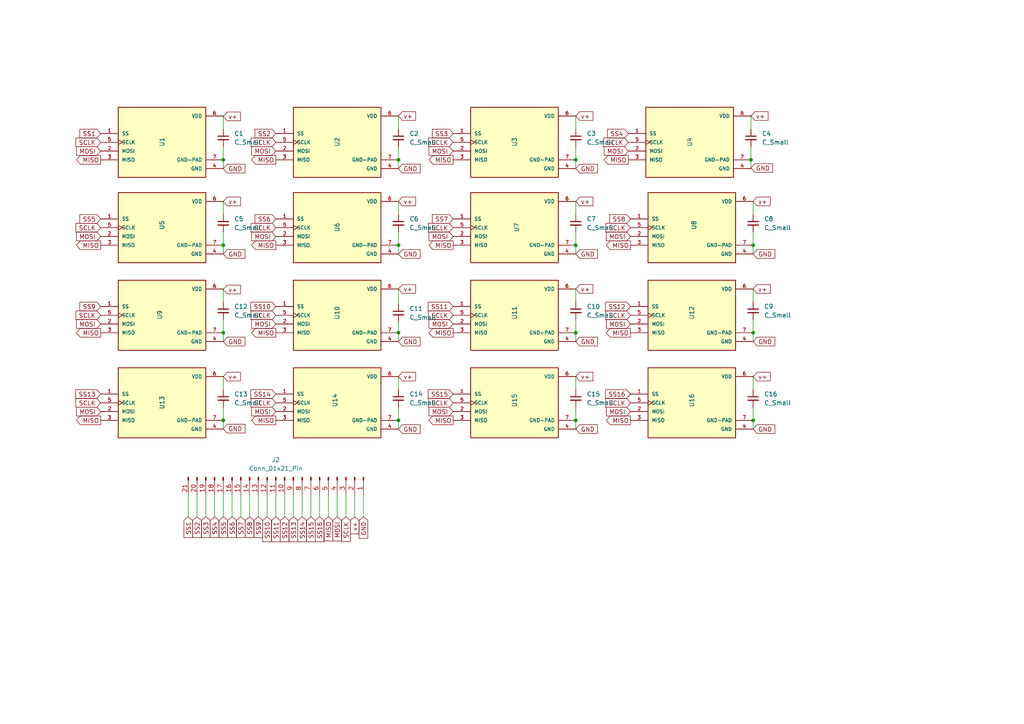
<source format=kicad_sch>
(kicad_sch (version 20230121) (generator eeschema)
  (paper "A4")
  (title_block (title "Magnetometer Array Board"))
  (lib_symbols
    (symbol "Connector:Conn_01x21_Pin" (pin_names (offset 1.016) hide)
      (property "Reference" "J" (at 0 27.94 0))
      (property "Value" "Conn_01x21_Pin" (at 0 -27.94 0))
      (symbol "Conn_01x21_Pin_1_1"
        (polyline (pts (xy 1.27 -25.4) (xy 0.8636 -25.4)) (stroke (width 0.1524)))
        (polyline (pts (xy 1.27 -22.86) (xy 0.8636 -22.86)) (stroke (width 0.1524)))
        (polyline (pts (xy 1.27 -20.32) (xy 0.8636 -20.32)) (stroke (width 0.1524)))
        (polyline (pts (xy 1.27 -17.78) (xy 0.8636 -17.78)) (stroke (width 0.1524)))
        (polyline (pts (xy 1.27 -15.24) (xy 0.8636 -15.24)) (stroke (width 0.1524)))
        (polyline (pts (xy 1.27 -12.7) (xy 0.8636 -12.7)) (stroke (width 0.1524)))
        (polyline (pts (xy 1.27 -10.16) (xy 0.8636 -10.16)) (stroke (width 0.1524)))
        (polyline (pts (xy 1.27 -7.62) (xy 0.8636 -7.62)) (stroke (width 0.1524)))
        (polyline (pts (xy 1.27 -5.08) (xy 0.8636 -5.08)) (stroke (width 0.1524)))
        (polyline (pts (xy 1.27 -2.54) (xy 0.8636 -2.54)) (stroke (width 0.1524)))
        (polyline (pts (xy 1.27 0) (xy 0.8636 0)) (stroke (width 0.1524)))
        (polyline (pts (xy 1.27 2.54) (xy 0.8636 2.54)) (stroke (width 0.1524)))
        (polyline (pts (xy 1.27 5.08) (xy 0.8636 5.08)) (stroke (width 0.1524)))
        (polyline (pts (xy 1.27 7.62) (xy 0.8636 7.62)) (stroke (width 0.1524)))
        (polyline (pts (xy 1.27 10.16) (xy 0.8636 10.16)) (stroke (width 0.1524)))
        (polyline (pts (xy 1.27 12.7) (xy 0.8636 12.7)) (stroke (width 0.1524)))
        (polyline (pts (xy 1.27 15.24) (xy 0.8636 15.24)) (stroke (width 0.1524)))
        (polyline (pts (xy 1.27 17.78) (xy 0.8636 17.78)) (stroke (width 0.1524)))
        (polyline (pts (xy 1.27 20.32) (xy 0.8636 20.32)) (stroke (width 0.1524)))
        (polyline (pts (xy 1.27 22.86) (xy 0.8636 22.86)) (stroke (width 0.1524)))
        (polyline (pts (xy 1.27 25.4) (xy 0.8636 25.4)) (stroke (width 0.1524)))
        (rectangle (start 0.8636 -25.273) (end 0 -25.527) (stroke (width 0.1524)) (fill (type outline)))
        (rectangle (start 0.8636 -22.733) (end 0 -22.987) (stroke (width 0.1524)) (fill (type outline)))
        (rectangle (start 0.8636 -20.193) (end 0 -20.447) (stroke (width 0.1524)) (fill (type outline)))
        (rectangle (start 0.8636 -17.653) (end 0 -17.907) (stroke (width 0.1524)) (fill (type outline)))
        (rectangle (start 0.8636 -15.113) (end 0 -15.367) (stroke (width 0.1524)) (fill (type outline)))
        (rectangle (start 0.8636 -12.573) (end 0 -12.827) (stroke (width 0.1524)) (fill (type outline)))
        (rectangle (start 0.8636 -10.033) (end 0 -10.287) (stroke (width 0.1524)) (fill (type outline)))
        (rectangle (start 0.8636 -7.493) (end 0 -7.747) (stroke (width 0.1524)) (fill (type outline)))
        (rectangle (start 0.8636 -4.953) (end 0 -5.207) (stroke (width 0.1524)) (fill (type outline)))
        (rectangle (start 0.8636 -2.413) (end 0 -2.667) (stroke (width 0.1524)) (fill (type outline)))
        (rectangle (start 0.8636 0.127) (end 0 -0.127) (stroke (width 0.1524)) (fill (type outline)))
        (rectangle (start 0.8636 2.667) (end 0 2.413) (stroke (width 0.1524)) (fill (type outline)))
        (rectangle (start 0.8636 5.207) (end 0 4.953) (stroke (width 0.1524)) (fill (type outline)))
        (rectangle (start 0.8636 7.747) (end 0 7.493) (stroke (width 0.1524)) (fill (type outline)))
        (rectangle (start 0.8636 10.287) (end 0 10.033) (stroke (width 0.1524)) (fill (type outline)))
        (rectangle (start 0.8636 12.827) (end 0 12.573) (stroke (width 0.1524)) (fill (type outline)))
        (rectangle (start 0.8636 15.367) (end 0 15.113) (stroke (width 0.1524)) (fill (type outline)))
        (rectangle (start 0.8636 17.907) (end 0 17.653) (stroke (width 0.1524)) (fill (type outline)))
        (rectangle (start 0.8636 20.447) (end 0 20.193) (stroke (width 0.1524)) (fill (type outline)))
        (rectangle (start 0.8636 22.987) (end 0 22.733) (stroke (width 0.1524)) (fill (type outline)))
        (rectangle (start 0.8636 25.527) (end 0 25.273) (stroke (width 0.1524)) (fill (type outline)))
        (pin passive line (at 5.08 25.4 180) (length 3.81) (name "Pin_1") (number "1"))
        (pin passive line (at 5.08 2.54 180) (length 3.81) (name "Pin_10") (number "10"))
        (pin passive line (at 5.08 0 180) (length 3.81) (name "Pin_11") (number "11"))
        (pin passive line (at 5.08 -2.54 180) (length 3.81) (name "Pin_12") (number "12"))
        (pin passive line (at 5.08 -5.08 180) (length 3.81) (name "Pin_13") (number "13"))
        (pin passive line (at 5.08 -7.62 180) (length 3.81) (name "Pin_14") (number "14"))
        (pin passive line (at 5.08 -10.16 180) (length 3.81) (name "Pin_15") (number "15"))
        (pin passive line (at 5.08 -12.7 180) (length 3.81) (name "Pin_16") (number "16"))
        (pin passive line (at 5.08 -15.24 180) (length 3.81) (name "Pin_17") (number "17"))
        (pin passive line (at 5.08 -17.78 180) (length 3.81) (name "Pin_18") (number "18"))
        (pin passive line (at 5.08 -20.32 180) (length 3.81) (name "Pin_19") (number "19"))
        (pin passive line (at 5.08 22.86 180) (length 3.81) (name "Pin_2") (number "2"))
        (pin passive line (at 5.08 -22.86 180) (length 3.81) (name "Pin_20") (number "20"))
        (pin passive line (at 5.08 -25.4 180) (length 3.81) (name "Pin_21") (number "21"))
        (pin passive line (at 5.08 20.32 180) (length 3.81) (name "Pin_3") (number "3"))
        (pin passive line (at 5.08 17.78 180) (length 3.81) (name "Pin_4") (number "4"))
        (pin passive line (at 5.08 15.24 180) (length 3.81) (name "Pin_5") (number "5"))
        (pin passive line (at 5.08 12.7 180) (length 3.81) (name "Pin_6") (number "6"))
        (pin passive line (at 5.08 10.16 180) (length 3.81) (name "Pin_7") (number "7"))
        (pin passive line (at 5.08 7.62 180) (length 3.81) (name "Pin_8") (number "8"))
        (pin passive line (at 5.08 5.08 180) (length 3.81) (name "Pin_9") (number "9"))
      )
    )
    (symbol "Device:C_Small" (pin_numbers hide) (pin_names (offset 0.254) hide)
      (property "Reference" "C" (at 0.254 1.778 0))
      (property "Value" "C_Small" (at 0.254 -2.032 0))
      (symbol "C_Small_0_1"
        (polyline (pts (xy -1.524 -0.508) (xy 1.524 -0.508)) (stroke (width 0.3302)))
        (polyline (pts (xy -1.524 0.508) (xy 1.524 0.508)) (stroke (width 0.3048)))
      )
      (symbol "C_Small_1_1"
        (pin passive line (at 0 2.54 270) (length 2.032) (name "~") (number "1"))
        (pin passive line (at 0 -2.54 90) (length 2.032) (name "~") (number "2"))
      )
    )
    (symbol "SM225-10E:SM225-10E" (pin_names (offset 1.016))
      (property "Reference" "U" (at -12.7 10.922 0))
      (property "Value" "SM225-10E" (at -12.7 -12.7 0))
      (symbol "SM225-10E_0_0"
        (rectangle (start -12.7 -10.16) (end 12.7 10.16) (stroke (width 0.254)) (fill (type background)))
        (pin input line (at -17.78 2.54 0) (length 5.08) (name "SS") (number "1"))
        (pin input line (at -17.78 -2.54 0) (length 5.08) (name "MOSI") (number "2"))
        (pin output line (at -17.78 -5.08 0) (length 5.08) (name "MISO") (number "3"))
        (pin power_in line (at 17.78 -7.62 180) (length 5.08) (name "GND") (number "4"))
        (pin input clock (at -17.78 0 0) (length 5.08) (name "SCLK") (number "5"))
        (pin power_in line (at 17.78 7.62 180) (length 5.08) (name "VDD") (number "6"))
        (pin power_in line (at 17.78 -5.08 180) (length 5.08) (name "GND-PAD") (number "7"))
      )
    )
  )
  (junction (at 64.77 121.92))
  (junction (at 64.77 71.12))
  (junction (at 115.57 121.92))
  (junction (at 218.44 96.52))
  (junction (at 115.57 71.12))
  (junction (at 115.57 96.52))
  (junction (at 218.44 121.92))
  (junction (at 64.77 46.355))
  (junction (at 167.005 46.355))
  (junction (at 167.005 96.52))
  (junction (at 218.44 71.12))
  (junction (at 115.57 46.355))
  (junction (at 167.005 71.12))
  (junction (at 64.77 96.52))
  (junction (at 167.005 121.92))
  (junction (at 217.805 46.355))
  (wire (pts (xy 69.85 149.86) (xy 69.85 143.51)))
  (wire (pts (xy 167.005 96.52) (xy 167.005 99.06)))
  (wire (pts (xy 167.005 109.22) (xy 167.005 113.03)))
  (wire (pts (xy 59.69 149.86) (xy 59.69 143.51)))
  (wire (pts (xy 217.805 33.655) (xy 217.805 37.465)))
  (wire (pts (xy 218.44 96.52) (xy 218.44 99.06)))
  (wire (pts (xy 115.57 83.82) (xy 115.57 88.265)))
  (wire (pts (xy 218.44 83.82) (xy 218.44 87.63)))
  (wire (pts (xy 115.57 118.11) (xy 115.57 121.92)))
  (wire (pts (xy 167.005 33.655) (xy 167.005 37.465)))
  (wire (pts (xy 64.77 42.545) (xy 64.77 46.355)))
  (wire (pts (xy 167.005 83.82) (xy 167.005 87.63)))
  (wire (pts (xy 217.805 42.545) (xy 217.805 46.355)))
  (wire (pts (xy 64.77 71.12) (xy 64.77 73.66)))
  (wire (pts (xy 218.44 58.42) (xy 218.44 62.23)))
  (wire (pts (xy 87.63 149.86) (xy 87.63 143.51)))
  (wire (pts (xy 115.57 33.655) (xy 115.57 37.465)))
  (wire (pts (xy 95.25 149.86) (xy 95.25 143.51)))
  (wire (pts (xy 218.44 92.71) (xy 218.44 96.52)))
  (wire (pts (xy 167.005 118.11) (xy 167.005 121.92)))
  (wire (pts (xy 82.55 149.86) (xy 82.55 143.51)))
  (wire (pts (xy 64.77 67.31) (xy 64.77 71.12)))
  (wire (pts (xy 115.57 96.52) (xy 115.57 99.06)))
  (wire (pts (xy 115.57 42.545) (xy 115.57 46.355)))
  (wire (pts (xy 167.005 121.92) (xy 167.005 124.46)))
  (wire (pts (xy 64.77 109.22) (xy 64.77 113.03)))
  (wire (pts (xy 85.09 149.86) (xy 85.09 143.51)))
  (wire (pts (xy 167.005 92.71) (xy 167.005 96.52)))
  (wire (pts (xy 115.57 121.92) (xy 115.57 124.46)))
  (wire (pts (xy 218.44 118.11) (xy 218.44 121.92)))
  (wire (pts (xy 218.44 109.22) (xy 218.44 113.03)))
  (wire (pts (xy 102.87 149.86) (xy 102.87 143.51)))
  (wire (pts (xy 105.41 149.86) (xy 105.41 143.51)))
  (wire (pts (xy 167.005 67.31) (xy 167.005 71.12)))
  (wire (pts (xy 167.005 58.42) (xy 167.005 62.23)))
  (wire (pts (xy 67.31 149.86) (xy 67.31 143.51)))
  (wire (pts (xy 97.79 149.86) (xy 97.79 143.51)))
  (wire (pts (xy 64.77 121.92) (xy 64.77 124.46)))
  (wire (pts (xy 64.77 46.355) (xy 64.77 48.895)))
  (wire (pts (xy 218.44 121.92) (xy 218.44 124.46)))
  (wire (pts (xy 74.93 149.86) (xy 74.93 143.51)))
  (wire (pts (xy 64.77 118.11) (xy 64.77 121.92)))
  (wire (pts (xy 72.39 149.86) (xy 72.39 143.51)))
  (wire (pts (xy 64.77 92.71) (xy 64.77 96.52)))
  (wire (pts (xy 64.77 58.42) (xy 64.77 62.23)))
  (wire (pts (xy 115.57 58.42) (xy 115.57 62.23)))
  (wire (pts (xy 217.805 46.355) (xy 217.805 48.895)))
  (wire (pts (xy 115.57 109.22) (xy 115.57 113.03)))
  (wire (pts (xy 167.005 71.12) (xy 167.005 73.66)))
  (wire (pts (xy 92.71 149.86) (xy 92.71 143.51)))
  (wire (pts (xy 77.47 149.86) (xy 77.47 143.51)))
  (wire (pts (xy 64.77 149.86) (xy 64.77 143.51)))
  (wire (pts (xy 80.01 149.86) (xy 80.01 143.51)))
  (wire (pts (xy 218.44 67.31) (xy 218.44 71.12)))
  (wire (pts (xy 115.57 93.345) (xy 115.57 96.52)))
  (wire (pts (xy 54.61 149.86) (xy 54.61 143.51)))
  (wire (pts (xy 167.005 46.355) (xy 167.005 48.895)))
  (wire (pts (xy 64.77 83.82) (xy 64.77 87.63)))
  (wire (pts (xy 100.33 149.86) (xy 100.33 143.51)))
  (wire (pts (xy 57.15 149.86) (xy 57.15 143.51)))
  (wire (pts (xy 167.005 42.545) (xy 167.005 46.355)))
  (wire (pts (xy 90.17 149.86) (xy 90.17 143.51)))
  (wire (pts (xy 115.57 46.355) (xy 115.57 48.895)))
  (wire (pts (xy 64.77 33.655) (xy 64.77 37.465)))
  (wire (pts (xy 115.57 67.31) (xy 115.57 71.12)))
  (wire (pts (xy 62.23 149.86) (xy 62.23 143.51)))
  (wire (pts (xy 218.44 71.12) (xy 218.44 73.66)))
  (wire (pts (xy 115.57 71.12) (xy 115.57 73.66)))
  (wire (pts (xy 64.77 96.52) (xy 64.77 99.06)))
  (global_label "v+" (shape input) (at 102.87 149.86 270) (property "Intersheetrefs" "${INTERSHEET_REFS}" (effects hide)))
  (global_label "SS14" (shape input) (at 87.63 149.86 270) (property "Intersheetrefs" "${INTERSHEET_REFS}" (effects hide)))
  (global_label "SS4" (shape input) (at 182.245 38.735 180) (property "Intersheetrefs" "${INTERSHEET_REFS}" (effects hide)))
  (global_label "GND" (shape input) (at 217.805 48.7261 0) (property "Intersheetrefs" "${INTERSHEET_REFS}" (effects hide)))
  (global_label "SCLK" (shape input) (at 29.21 91.44 180) (property "Intersheetrefs" "${INTERSHEET_REFS}" (effects hide)))
  (global_label "SCLK" (shape input) (at 80.01 66.04 180) (property "Intersheetrefs" "${INTERSHEET_REFS}" (effects hide)))
  (global_label "MOSI" (shape input) (at 80.01 119.38 180) (property "Intersheetrefs" "${INTERSHEET_REFS}" (effects hide)))
  (global_label "SS1" (shape input) (at 29.21 38.735 180) (property "Intersheetrefs" "${INTERSHEET_REFS}" (effects hide)))
  (global_label "SS11" (shape input) (at 80.01 149.86 270) (property "Intersheetrefs" "${INTERSHEET_REFS}" (effects hide)))
  (global_label "SCLK" (shape input) (at 131.445 41.275 180) (property "Intersheetrefs" "${INTERSHEET_REFS}" (effects hide)))
  (global_label "SS6" (shape input) (at 67.31 149.86 270) (property "Intersheetrefs" "${INTERSHEET_REFS}" (effects hide)))
  (global_label "SS9" (shape input) (at 74.93 149.86 270) (property "Intersheetrefs" "${INTERSHEET_REFS}" (effects hide)))
  (global_label "MISO" (shape output) (at 80.01 46.355 180) (property "Intersheetrefs" "${INTERSHEET_REFS}" (effects hide)))
  (global_label "v+" (shape input) (at 218.44 58.42 0) (property "Intersheetrefs" "${INTERSHEET_REFS}" (effects hide)))
  (global_label "SS7" (shape input) (at 131.445 63.5 180) (property "Intersheetrefs" "${INTERSHEET_REFS}" (effects hide)))
  (global_label "v+" (shape input) (at 115.57 83.82 0) (property "Intersheetrefs" "${INTERSHEET_REFS}" (effects hide)))
  (global_label "GND" (shape input) (at 115.57 73.66 0) (property "Intersheetrefs" "${INTERSHEET_REFS}" (effects hide)))
  (global_label "SCLK" (shape input) (at 131.445 116.84 180) (property "Intersheetrefs" "${INTERSHEET_REFS}" (effects hide)))
  (global_label "SCLK" (shape input) (at 29.21 41.275 180) (property "Intersheetrefs" "${INTERSHEET_REFS}" (effects hide)))
  (global_label "MOSI" (shape input) (at 182.88 119.38 180) (property "Intersheetrefs" "${INTERSHEET_REFS}" (effects hide)))
  (global_label "SS15" (shape input) (at 131.445 114.3 180) (property "Intersheetrefs" "${INTERSHEET_REFS}" (effects hide)))
  (global_label "MOSI" (shape input) (at 29.21 68.58 180) (property "Intersheetrefs" "${INTERSHEET_REFS}" (effects hide)))
  (global_label "MISO" (shape output) (at 29.21 96.52 180) (property "Intersheetrefs" "${INTERSHEET_REFS}" (effects hide)))
  (global_label "SS13" (shape input) (at 85.09 149.86 270) (property "Intersheetrefs" "${INTERSHEET_REFS}" (effects hide)))
  (global_label "GND" (shape input) (at 167.005 73.66 0) (property "Intersheetrefs" "${INTERSHEET_REFS}" (effects hide)))
  (global_label "GND" (shape input) (at 115.57 99.06 0) (property "Intersheetrefs" "${INTERSHEET_REFS}" (effects hide)))
  (global_label "MOSI" (shape input) (at 80.01 68.58 180) (property "Intersheetrefs" "${INTERSHEET_REFS}" (effects hide)))
  (global_label "SS12" (shape input) (at 182.88 88.9 180) (property "Intersheetrefs" "${INTERSHEET_REFS}" (effects hide)))
  (global_label "SS5" (shape input) (at 29.21 63.5 180) (property "Intersheetrefs" "${INTERSHEET_REFS}" (effects hide)))
  (global_label "GND" (shape input) (at 64.77 124.3156 0) (property "Intersheetrefs" "${INTERSHEET_REFS}" (effects hide)))
  (global_label "MOSI" (shape input) (at 131.445 93.98 180) (property "Intersheetrefs" "${INTERSHEET_REFS}" (effects hide)))
  (global_label "MOSI" (shape input) (at 29.21 119.38 180) (property "Intersheetrefs" "${INTERSHEET_REFS}" (effects hide)))
  (global_label "MISO" (shape output) (at 80.01 121.92 180) (property "Intersheetrefs" "${INTERSHEET_REFS}" (effects hide)))
  (global_label "SS3" (shape input) (at 59.69 149.86 270) (property "Intersheetrefs" "${INTERSHEET_REFS}" (effects hide)))
  (global_label "GND" (shape input) (at 64.77 99.06 0) (property "Intersheetrefs" "${INTERSHEET_REFS}" (effects hide)))
  (global_label "v+" (shape input) (at 217.805 33.655 0) (property "Intersheetrefs" "${INTERSHEET_REFS}" (effects hide)))
  (global_label "GND" (shape input) (at 105.41 149.86 270) (property "Intersheetrefs" "${INTERSHEET_REFS}" (effects hide)))
  (global_label "MOSI" (shape input) (at 29.21 43.815 180) (property "Intersheetrefs" "${INTERSHEET_REFS}" (effects hide)))
  (global_label "GND" (shape input) (at 218.44 99.06 0) (property "Intersheetrefs" "${INTERSHEET_REFS}" (effects hide)))
  (global_label "v+" (shape input) (at 167.005 33.655 0) (property "Intersheetrefs" "${INTERSHEET_REFS}" (effects hide)))
  (global_label "SS10" (shape input) (at 77.47 149.86 270) (property "Intersheetrefs" "${INTERSHEET_REFS}" (effects hide)))
  (global_label "MOSI" (shape input) (at 97.79 149.86 270) (property "Intersheetrefs" "${INTERSHEET_REFS}" (effects hide)))
  (global_label "MISO" (shape output) (at 80.01 96.52 180) (property "Intersheetrefs" "${INTERSHEET_REFS}" (effects hide)))
  (global_label "MISO" (shape output) (at 131.445 121.92 180) (property "Intersheetrefs" "${INTERSHEET_REFS}" (effects hide)))
  (global_label "SS10" (shape input) (at 80.01 88.9 180) (property "Intersheetrefs" "${INTERSHEET_REFS}" (effects hide)))
  (global_label "SS16" (shape input) (at 92.71 149.86 270) (property "Intersheetrefs" "${INTERSHEET_REFS}" (effects hide)))
  (global_label "MISO" (shape output) (at 29.21 71.12 180) (property "Intersheetrefs" "${INTERSHEET_REFS}" (effects hide)))
  (global_label "GND" (shape input) (at 115.57 48.895 0) (property "Intersheetrefs" "${INTERSHEET_REFS}" (effects hide)))
  (global_label "SS13" (shape input) (at 29.21 114.3 180) (property "Intersheetrefs" "${INTERSHEET_REFS}" (effects hide)))
  (global_label "SCLK" (shape input) (at 182.88 66.04 180) (property "Intersheetrefs" "${INTERSHEET_REFS}" (effects hide)))
  (global_label "MOSI" (shape input) (at 131.445 43.815 180) (property "Intersheetrefs" "${INTERSHEET_REFS}" (effects hide)))
  (global_label "GND" (shape input) (at 115.57 124.46 0) (property "Intersheetrefs" "${INTERSHEET_REFS}" (effects hide)))
  (global_label "v+" (shape input) (at 167.005 109.22 0) (property "Intersheetrefs" "${INTERSHEET_REFS}" (effects hide)))
  (global_label "SCLK" (shape input) (at 29.21 66.04 180) (property "Intersheetrefs" "${INTERSHEET_REFS}" (effects hide)))
  (global_label "MISO" (shape output) (at 80.01 71.12 180) (property "Intersheetrefs" "${INTERSHEET_REFS}" (effects hide)))
  (global_label "SCLK" (shape input) (at 182.88 91.44 180) (property "Intersheetrefs" "${INTERSHEET_REFS}" (effects hide)))
  (global_label "SCLK" (shape input) (at 131.445 91.44 180) (property "Intersheetrefs" "${INTERSHEET_REFS}" (effects hide)))
  (global_label "GND" (shape input) (at 218.44 124.46 0) (property "Intersheetrefs" "${INTERSHEET_REFS}" (effects hide)))
  (global_label "v+" (shape input) (at 167.005 58.42 0) (property "Intersheetrefs" "${INTERSHEET_REFS}" (effects hide)))
  (global_label "SS12" (shape input) (at 82.55 149.86 270) (property "Intersheetrefs" "${INTERSHEET_REFS}" (effects hide)))
  (global_label "GND" (shape input) (at 64.77 73.66 0) (property "Intersheetrefs" "${INTERSHEET_REFS}" (effects hide)))
  (global_label "MOSI" (shape input) (at 80.01 43.815 180) (property "Intersheetrefs" "${INTERSHEET_REFS}" (effects hide)))
  (global_label "v+" (shape input) (at 64.77 109.22 0) (property "Intersheetrefs" "${INTERSHEET_REFS}" (effects hide)))
  (global_label "MOSI" (shape input) (at 80.01 93.98 180) (property "Intersheetrefs" "${INTERSHEET_REFS}" (effects hide)))
  (global_label "SCLK" (shape input) (at 100.33 149.86 270) (property "Intersheetrefs" "${INTERSHEET_REFS}" (effects hide)))
  (global_label "SCLK" (shape input) (at 80.01 91.44 180) (property "Intersheetrefs" "${INTERSHEET_REFS}" (effects hide)))
  (global_label "SS8" (shape input) (at 182.88 63.5 180) (property "Intersheetrefs" "${INTERSHEET_REFS}" (effects hide)))
  (global_label "v+" (shape input) (at 64.77 83.9747 0) (property "Intersheetrefs" "${INTERSHEET_REFS}" (effects hide)))
  (global_label "MOSI" (shape input) (at 131.445 68.58 180) (property "Intersheetrefs" "${INTERSHEET_REFS}" (effects hide)))
  (global_label "GND" (shape input) (at 167.005 124.46 0) (property "Intersheetrefs" "${INTERSHEET_REFS}" (effects hide)))
  (global_label "MISO" (shape output) (at 29.21 121.92 180) (property "Intersheetrefs" "${INTERSHEET_REFS}" (effects hide)))
  (global_label "MOSI" (shape input) (at 182.88 93.98 180) (property "Intersheetrefs" "${INTERSHEET_REFS}" (effects hide)))
  (global_label "SCLK" (shape input) (at 131.445 66.04 180) (property "Intersheetrefs" "${INTERSHEET_REFS}" (effects hide)))
  (global_label "MISO" (shape output) (at 182.245 46.355 180) (property "Intersheetrefs" "${INTERSHEET_REFS}" (effects hide)))
  (global_label "SS3" (shape input) (at 131.445 38.735 180) (property "Intersheetrefs" "${INTERSHEET_REFS}" (effects hide)))
  (global_label "MISO" (shape output) (at 182.88 71.12 180) (property "Intersheetrefs" "${INTERSHEET_REFS}" (effects hide)))
  (global_label "SS9" (shape input) (at 29.21 88.9 180) (property "Intersheetrefs" "${INTERSHEET_REFS}" (effects hide)))
  (global_label "GND" (shape input) (at 218.44 73.66 0) (property "Intersheetrefs" "${INTERSHEET_REFS}" (effects hide)))
  (global_label "MOSI" (shape input) (at 131.445 119.38 180) (property "Intersheetrefs" "${INTERSHEET_REFS}" (effects hide)))
  (global_label "GND" (shape input) (at 167.005 48.895 0) (property "Intersheetrefs" "${INTERSHEET_REFS}" (effects hide)))
  (global_label "MISO" (shape output) (at 131.445 96.52 180) (property "Intersheetrefs" "${INTERSHEET_REFS}" (effects hide)))
  (global_label "MISO" (shape output) (at 182.88 96.52 180) (property "Intersheetrefs" "${INTERSHEET_REFS}" (effects hide)))
  (global_label "v+" (shape input) (at 218.44 109.22 0) (property "Intersheetrefs" "${INTERSHEET_REFS}" (effects hide)))
  (global_label "SS16" (shape input) (at 182.88 114.3 180) (property "Intersheetrefs" "${INTERSHEET_REFS}" (effects hide)))
  (global_label "MOSI" (shape input) (at 29.21 93.98 180) (property "Intersheetrefs" "${INTERSHEET_REFS}" (effects hide)))
  (global_label "SS5" (shape input) (at 64.77 149.86 270) (property "Intersheetrefs" "${INTERSHEET_REFS}" (effects hide)))
  (global_label "MISO" (shape output) (at 182.88 121.92 180) (property "Intersheetrefs" "${INTERSHEET_REFS}" (effects hide)))
  (global_label "SS2" (shape input) (at 80.01 38.735 180) (property "Intersheetrefs" "${INTERSHEET_REFS}" (effects hide)))
  (global_label "MOSI" (shape input) (at 182.245 43.815 180) (property "Intersheetrefs" "${INTERSHEET_REFS}" (effects hide)))
  (global_label "SS2" (shape input) (at 57.15 149.86 270) (property "Intersheetrefs" "${INTERSHEET_REFS}" (effects hide)))
  (global_label "MOSI" (shape input) (at 182.88 68.58 180) (property "Intersheetrefs" "${INTERSHEET_REFS}" (effects hide)))
  (global_label "SS8" (shape input) (at 72.39 149.86 270) (property "Intersheetrefs" "${INTERSHEET_REFS}" (effects hide)))
  (global_label "v+" (shape input) (at 218.44 83.82 0) (property "Intersheetrefs" "${INTERSHEET_REFS}" (effects hide)))
  (global_label "SS7" (shape input) (at 69.85 149.86 270) (property "Intersheetrefs" "${INTERSHEET_REFS}" (effects hide)))
  (global_label "v+" (shape input) (at 64.77 58.42 0) (property "Intersheetrefs" "${INTERSHEET_REFS}" (effects hide)))
  (global_label "v+" (shape input) (at 115.57 33.655 0) (property "Intersheetrefs" "${INTERSHEET_REFS}" (effects hide)))
  (global_label "GND" (shape input) (at 64.77 48.895 0) (property "Intersheetrefs" "${INTERSHEET_REFS}" (effects hide)))
  (global_label "SS6" (shape input) (at 80.01 63.5 180) (property "Intersheetrefs" "${INTERSHEET_REFS}" (effects hide)))
  (global_label "SS1" (shape input) (at 54.61 149.86 270) (property "Intersheetrefs" "${INTERSHEET_REFS}" (effects hide)))
  (global_label "SCLK" (shape input) (at 182.88 116.84 180) (property "Intersheetrefs" "${INTERSHEET_REFS}" (effects hide)))
  (global_label "v+" (shape input) (at 64.77 33.7596 0) (property "Intersheetrefs" "${INTERSHEET_REFS}" (effects hide)))
  (global_label "MISO" (shape input) (at 95.25 149.86 270) (property "Intersheetrefs" "${INTERSHEET_REFS}" (effects hide)))
  (global_label "v+" (shape input) (at 115.57 58.42 0) (property "Intersheetrefs" "${INTERSHEET_REFS}" (effects hide)))
  (global_label "v+" (shape input) (at 167.005 83.82 0) (property "Intersheetrefs" "${INTERSHEET_REFS}" (effects hide)))
  (global_label "SCLK" (shape input) (at 182.245 41.275 180) (property "Intersheetrefs" "${INTERSHEET_REFS}" (effects hide)))
  (global_label "SS11" (shape input) (at 131.445 88.9 180) (property "Intersheetrefs" "${INTERSHEET_REFS}" (effects hide)))
  (global_label "SS14" (shape input) (at 80.01 114.3 180) (property "Intersheetrefs" "${INTERSHEET_REFS}" (effects hide)))
  (global_label "GND" (shape input) (at 167.005 99.06 0) (property "Intersheetrefs" "${INTERSHEET_REFS}" (effects hide)))
  (global_label "SS4" (shape input) (at 62.23 149.86 270) (property "Intersheetrefs" "${INTERSHEET_REFS}" (effects hide)))
  (global_label "SS15" (shape input) (at 90.17 149.86 270) (property "Intersheetrefs" "${INTERSHEET_REFS}" (effects hide)))
  (global_label "SCLK" (shape input) (at 29.21 116.84 180) (property "Intersheetrefs" "${INTERSHEET_REFS}" (effects hide)))
  (global_label "v+" (shape input) (at 115.57 109.22 0) (property "Intersheetrefs" "${INTERSHEET_REFS}" (effects hide)))
  (global_label "SCLK" (shape input) (at 80.01 116.84 180) (property "Intersheetrefs" "${INTERSHEET_REFS}" (effects hide)))
  (global_label "MISO" (shape output) (at 131.445 71.12 180) (property "Intersheetrefs" "${INTERSHEET_REFS}" (effects hide)))
  (global_label "MISO" (shape output) (at 131.445 46.355 180) (property "Intersheetrefs" "${INTERSHEET_REFS}" (effects hide)))
  (global_label "MISO" (shape output) (at 29.21 46.355 180) (property "Intersheetrefs" "${INTERSHEET_REFS}" (effects hide)))
  (global_label "SCLK" (shape input) (at 80.01 41.275 180) (property "Intersheetrefs" "${INTERSHEET_REFS}" (effects hide)))
  (symbol (lib_id "Device:C_Small") (at 167.005 115.57 0) (unit 1)
    (property "Reference" "C15" (at 170.18 114.3063 0) (effects (justify left)))
    (property "Value" "C_Small" (at 170.18 116.8463 0) (effects (justify left)))
    (property "Footprint" "Capacitor_SMD:C_0201_0603Metric" (effects hide))
  )
  (symbol (lib_id "SM225-10E:SM225-10E") (at 200.66 116.84 0) (unit 1)
    (property "Reference" "U16" (at 200.66 118.11 90) (effects (justify left)))
    (property "Value" "SM225-10E" (effects hide))
    (property "Footprint" "own_footprints:NVE SM225 10E" (effects hide))
    (property "PARTREV" "D" (effects hide))
    (property "STANDARD" "IPC-7351B" (effects hide))
    (property "MAXIMUM_PACKAGE_HEIGHT" "0.8mm" (effects hide))
    (property "MANUFACTURER" "NVE" (effects hide))
  )
  (symbol (lib_id "SM225-10E:SM225-10E") (at 149.225 116.84 0) (unit 1)
    (property "Reference" "U15" (at 149.225 118.11 90) (effects (justify left)))
    (property "Value" "SM225-10E" (effects hide))
    (property "Footprint" "own_footprints:NVE SM225 10E" (effects hide))
    (property "PARTREV" "D" (effects hide))
    (property "STANDARD" "IPC-7351B" (effects hide))
    (property "MAXIMUM_PACKAGE_HEIGHT" "0.8mm" (effects hide))
    (property "MANUFACTURER" "NVE" (effects hide))
  )
  (symbol (lib_id "Device:C_Small") (at 218.44 90.17 0) (unit 1)
    (property "Reference" "C9" (at 221.615 88.9063 0) (effects (justify left)))
    (property "Value" "C_Small" (at 221.615 91.4463 0) (effects (justify left)))
    (property "Footprint" "Capacitor_SMD:C_0201_0603Metric" (effects hide))
  )
  (symbol (lib_id "SM225-10E:SM225-10E") (at 46.99 91.44 0) (unit 1)
    (property "Reference" "U9" (at 46.355 92.71 90) (effects (justify left)))
    (property "Value" "SM225-10E" (effects hide))
    (property "Footprint" "own_footprints:NVE SM225 10E" (effects hide))
    (property "PARTREV" "D" (effects hide))
    (property "STANDARD" "IPC-7351B" (effects hide))
    (property "MAXIMUM_PACKAGE_HEIGHT" "0.8mm" (effects hide))
    (property "MANUFACTURER" "NVE" (effects hide))
  )
  (symbol (lib_id "Device:C_Small") (at 64.77 115.57 0) (unit 1)
    (property "Reference" "C13" (at 67.945 114.3063 0) (effects (justify left)))
    (property "Value" "C_Small" (at 67.945 116.8463 0) (effects (justify left)))
    (property "Footprint" "Capacitor_SMD:C_0201_0603Metric" (effects hide))
  )
  (symbol (lib_id "SM225-10E:SM225-10E") (at 200.66 91.44 0) (unit 1)
    (property "Reference" "U12" (at 200.66 92.71 90) (effects (justify left)))
    (property "Value" "SM225-10E" (effects hide))
    (property "Footprint" "own_footprints:NVE SM225 10E" (effects hide))
    (property "PARTREV" "D" (effects hide))
    (property "STANDARD" "IPC-7351B" (effects hide))
    (property "MAXIMUM_PACKAGE_HEIGHT" "0.8mm" (effects hide))
    (property "MANUFACTURER" "NVE" (effects hide))
  )
  (symbol (lib_id "Device:C_Small") (at 115.57 90.805 0) (unit 1)
    (property "Reference" "C11" (at 118.745 89.5413 0) (effects (justify left)))
    (property "Value" "C_Small" (at 118.745 92.0813 0) (effects (justify left)))
    (property "Footprint" "Capacitor_SMD:C_0201_0603Metric" (effects hide))
  )
  (symbol (lib_id "SM225-10E:SM225-10E") (at 149.225 41.275 0) (unit 1)
    (property "Reference" "U3" (at 149.225 42.545 90) (effects (justify left)))
    (property "Value" "SM225-10E" (effects hide))
    (property "Footprint" "own_footprints:NVE SM225 10E" (effects hide))
    (property "PARTREV" "D" (effects hide))
    (property "STANDARD" "IPC-7351B" (effects hide))
    (property "MAXIMUM_PACKAGE_HEIGHT" "0.8mm" (effects hide))
    (property "MANUFACTURER" "NVE" (effects hide))
  )
  (symbol (lib_id "Device:C_Small") (at 218.44 64.77 0) (unit 1)
    (property "Reference" "C8" (at 221.615 63.5063 0) (effects (justify left)))
    (property "Value" "C_Small" (at 221.615 66.0463 0) (effects (justify left)))
    (property "Footprint" "Capacitor_SMD:C_0201_0603Metric" (effects hide))
  )
  (symbol (lib_id "SM225-10E:SM225-10E") (at 46.99 116.84 0) (unit 1)
    (property "Reference" "U13" (at 46.99 118.745 90) (effects (justify left)))
    (property "Value" "SM225-10E" (effects hide))
    (property "Footprint" "own_footprints:NVE SM225 10E" (effects hide))
    (property "PARTREV" "D" (effects hide))
    (property "STANDARD" "IPC-7351B" (effects hide))
    (property "MAXIMUM_PACKAGE_HEIGHT" "0.8mm" (effects hide))
    (property "MANUFACTURER" "NVE" (effects hide))
  )
  (symbol (lib_id "Device:C_Small") (at 218.44 115.57 0) (unit 1)
    (property "Reference" "C16" (at 221.615 114.3063 0) (effects (justify left)))
    (property "Value" "C_Small" (at 221.615 116.8463 0) (effects (justify left)))
    (property "Footprint" "Capacitor_SMD:C_0201_0603Metric" (effects hide))
  )
  (symbol (lib_id "SM225-10E:SM225-10E") (at 46.99 66.04 0) (unit 1)
    (property "Reference" "U5" (at 46.99 66.675 90) (effects (justify left)))
    (property "Value" "SM225-10E" (effects hide))
    (property "Footprint" "own_footprints:NVE SM225 10E" (effects hide))
    (property "PARTREV" "D" (effects hide))
    (property "STANDARD" "IPC-7351B" (effects hide))
    (property "MAXIMUM_PACKAGE_HEIGHT" "0.8mm" (effects hide))
    (property "MANUFACTURER" "NVE" (effects hide))
  )
  (symbol (lib_id "Device:C_Small") (at 167.005 40.005 0) (unit 1)
    (property "Reference" "C3" (at 170.18 38.7413 0) (effects (justify left)))
    (property "Value" "C_Small" (at 170.18 41.2813 0) (effects (justify left)))
    (property "Footprint" "Capacitor_SMD:C_0201_0603Metric" (effects hide))
  )
  (symbol (lib_id "SM225-10E:SM225-10E") (at 97.79 41.275 0) (unit 1)
    (property "Reference" "U2" (at 97.79 42.545 90) (effects (justify left)))
    (property "Value" "SM225-10E" (effects hide))
    (property "Footprint" "own_footprints:NVE SM225 10E" (effects hide))
    (property "PARTREV" "D" (effects hide))
    (property "STANDARD" "IPC-7351B" (effects hide))
    (property "MAXIMUM_PACKAGE_HEIGHT" "0.8mm" (effects hide))
    (property "MANUFACTURER" "NVE" (effects hide))
  )
  (symbol (lib_id "SM225-10E:SM225-10E") (at 46.99 41.275 0) (unit 1)
    (property "Reference" "U1" (at 46.99 42.545 90) (effects (justify left)))
    (property "Value" "SM225-10E" (effects hide))
    (property "Footprint" "own_footprints:NVE SM225 10E" (effects hide))
    (property "PARTREV" "D" (effects hide))
    (property "STANDARD" "IPC-7351B" (effects hide))
    (property "MAXIMUM_PACKAGE_HEIGHT" "0.8mm" (effects hide))
    (property "MANUFACTURER" "NVE" (effects hide))
  )
  (symbol (lib_id "Device:C_Small") (at 64.77 90.17 0) (unit 1)
    (property "Reference" "C12" (at 67.945 88.9063 0) (effects (justify left)))
    (property "Value" "C_Small" (at 67.945 91.4463 0) (effects (justify left)))
    (property "Footprint" "Capacitor_SMD:C_0201_0603Metric" (effects hide))
  )
  (symbol (lib_id "Connector:Conn_01x21_Pin") (at 80.01 138.43 270) (unit 1)
    (property "Reference" "J2" (at 80.01 133.35 90))
    (property "Value" "Conn_01x21_Pin" (at 80.01 135.89 90))
    (property "Footprint" "Connector_PinHeader_2.54mm:PinHeader_1x21_P2.54mm_Horizontal" (effects hide))
  )
  (symbol (lib_id "SM225-10E:SM225-10E") (at 97.79 66.04 0) (unit 1)
    (property "Reference" "U6" (at 97.79 67.31 90) (effects (justify left)))
    (property "Value" "SM225-10E" (effects hide))
    (property "Footprint" "own_footprints:NVE SM225 10E" (effects hide))
    (property "PARTREV" "D" (effects hide))
    (property "STANDARD" "IPC-7351B" (effects hide))
    (property "MAXIMUM_PACKAGE_HEIGHT" "0.8mm" (effects hide))
    (property "MANUFACTURER" "NVE" (effects hide))
  )
  (symbol (lib_id "SM225-10E:SM225-10E") (at 200.66 66.04 0) (unit 1)
    (property "Reference" "U8" (at 201.295 66.675 90) (effects (justify left)))
    (property "Value" "SM225-10E" (effects hide))
    (property "Footprint" "own_footprints:NVE SM225 10E" (effects hide))
    (property "PARTREV" "D" (effects hide))
    (property "STANDARD" "IPC-7351B" (effects hide))
    (property "MAXIMUM_PACKAGE_HEIGHT" "0.8mm" (effects hide))
    (property "MANUFACTURER" "NVE" (effects hide))
  )
  (symbol (lib_id "Device:C_Small") (at 115.57 64.77 0) (unit 1)
    (property "Reference" "C6" (at 118.745 63.5063 0) (effects (justify left)))
    (property "Value" "C_Small" (at 118.745 66.0463 0) (effects (justify left)))
    (property "Footprint" "Capacitor_SMD:C_0201_0603Metric" (effects hide))
  )
  (symbol (lib_id "Device:C_Small") (at 115.57 40.005 0) (unit 1)
    (property "Reference" "C2" (at 118.745 38.7413 0) (effects (justify left)))
    (property "Value" "C_Small" (at 118.745 41.2813 0) (effects (justify left)))
    (property "Footprint" "Capacitor_SMD:C_0201_0603Metric" (effects hide))
  )
  (symbol (lib_id "SM225-10E:SM225-10E") (at 97.79 91.44 0) (unit 1)
    (property "Reference" "U10" (at 97.79 92.71 90) (effects (justify left)))
    (property "Value" "SM225-10E" (effects hide))
    (property "Footprint" "own_footprints:NVE SM225 10E" (effects hide))
    (property "PARTREV" "D" (effects hide))
    (property "STANDARD" "IPC-7351B" (effects hide))
    (property "MAXIMUM_PACKAGE_HEIGHT" "0.8mm" (effects hide))
    (property "MANUFACTURER" "NVE" (effects hide))
  )
  (symbol (lib_id "Device:C_Small") (at 167.005 90.17 0) (unit 1)
    (property "Reference" "C10" (at 170.18 88.9063 0) (effects (justify left)))
    (property "Value" "C_Small" (at 170.18 91.4463 0) (effects (justify left)))
    (property "Footprint" "Capacitor_SMD:C_0201_0603Metric" (effects hide))
  )
  (symbol (lib_id "SM225-10E:SM225-10E") (at 200.025 41.275 0) (unit 1)
    (property "Reference" "U4" (at 200.025 42.545 90) (effects (justify left)))
    (property "Value" "SM225-10E" (effects hide))
    (property "Footprint" "own_footprints:NVE SM225 10E" (effects hide))
    (property "PARTREV" "D" (effects hide))
    (property "STANDARD" "IPC-7351B" (effects hide))
    (property "MAXIMUM_PACKAGE_HEIGHT" "0.8mm" (effects hide))
    (property "MANUFACTURER" "NVE" (effects hide))
  )
  (symbol (lib_id "SM225-10E:SM225-10E") (at 149.225 66.04 0) (unit 1)
    (property "Reference" "U7" (at 149.86 67.31 90) (effects (justify left)))
    (property "Value" "SM225-10E" (effects hide))
    (property "Footprint" "own_footprints:NVE SM225 10E" (effects hide))
    (property "PARTREV" "D" (effects hide))
    (property "STANDARD" "IPC-7351B" (effects hide))
    (property "MAXIMUM_PACKAGE_HEIGHT" "0.8mm" (effects hide))
    (property "MANUFACTURER" "NVE" (effects hide))
  )
  (symbol (lib_id "Device:C_Small") (at 64.77 64.77 0) (unit 1)
    (property "Reference" "C5" (at 67.945 63.5063 0) (effects (justify left)))
    (property "Value" "C_Small" (at 67.945 66.0463 0) (effects (justify left)))
    (property "Footprint" "Capacitor_SMD:C_0201_0603Metric" (effects hide))
  )
  (symbol (lib_id "Device:C_Small") (at 64.77 40.005 0) (unit 1)
    (property "Reference" "C1" (at 67.945 38.7413 0) (effects (justify left)))
    (property "Value" "C_Small" (at 67.945 41.2813 0) (effects (justify left)))
    (property "Footprint" "Capacitor_SMD:C_0201_0603Metric" (effects hide))
  )
  (symbol (lib_id "Device:C_Small") (at 115.57 115.57 0) (unit 1)
    (property "Reference" "C14" (at 118.745 114.3063 0) (effects (justify left)))
    (property "Value" "C_Small" (at 118.745 116.8463 0) (effects (justify left)))
    (property "Footprint" "Capacitor_SMD:C_0201_0603Metric" (effects hide))
  )
  (symbol (lib_id "Device:C_Small") (at 167.005 64.77 0) (unit 1)
    (property "Reference" "C7" (at 170.18 63.5063 0) (effects (justify left)))
    (property "Value" "C_Small" (at 170.18 66.0463 0) (effects (justify left)))
    (property "Footprint" "Capacitor_SMD:C_0201_0603Metric" (effects hide))
  )
  (symbol (lib_id "SM225-10E:SM225-10E") (at 97.79 116.84 0) (unit 1)
    (property "Reference" "U14" (at 97.155 118.11 90) (effects (justify left)))
    (property "Value" "SM225-10E" (effects hide))
    (property "Footprint" "own_footprints:NVE SM225 10E" (effects hide))
    (property "PARTREV" "D" (effects hide))
    (property "STANDARD" "IPC-7351B" (effects hide))
    (property "MAXIMUM_PACKAGE_HEIGHT" "0.8mm" (effects hide))
    (property "MANUFACTURER" "NVE" (effects hide))
  )
  (symbol (lib_id "Device:C_Small") (at 217.805 40.005 0) (unit 1)
    (property "Reference" "C4" (at 220.98 38.7413 0) (effects (justify left)))
    (property "Value" "C_Small" (at 220.98 41.2813 0) (effects (justify left)))
    (property "Footprint" "Capacitor_SMD:C_0201_0603Metric" (effects hide))
  )
  (symbol (lib_id "SM225-10E:SM225-10E") (at 149.225 91.44 0) (unit 1)
    (property "Reference" "U11" (at 149.225 92.71 90) (effects (justify left)))
    (property "Value" "SM225-10E" (effects hide))
    (property "Footprint" "own_footprints:NVE SM225 10E" (effects hide))
    (property "PARTREV" "D" (effects hide))
    (property "STANDARD" "IPC-7351B" (effects hide))
    (property "MAXIMUM_PACKAGE_HEIGHT" "0.8mm" (effects hide))
    (property "MANUFACTURER" "NVE" (effects hide))
  )
)
</source>
